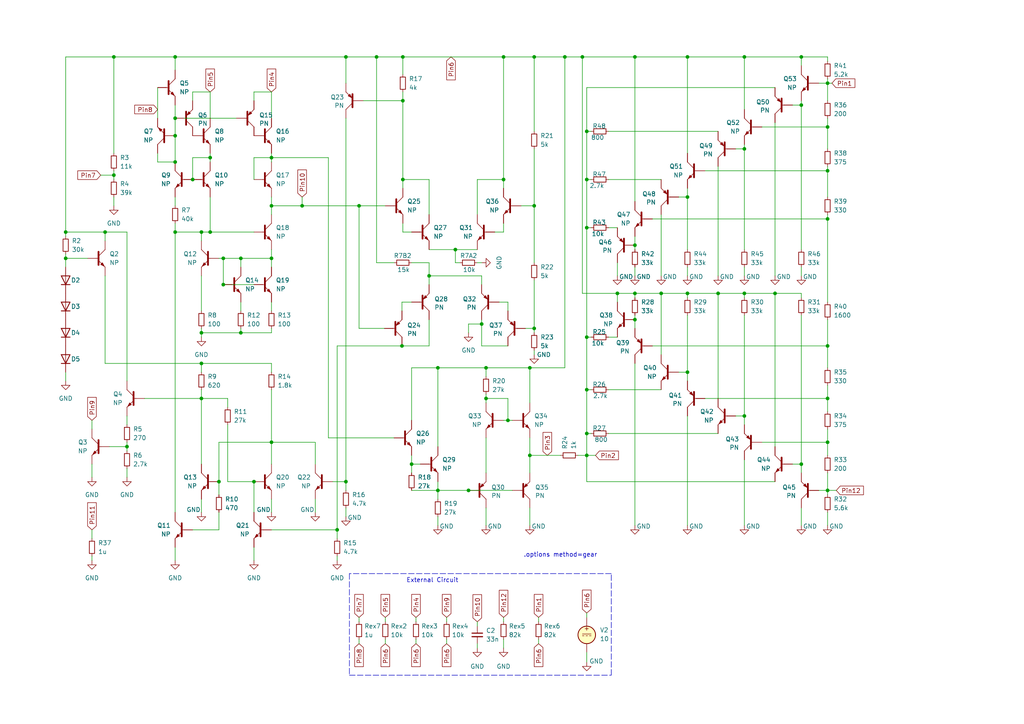
<source format=kicad_sch>
(kicad_sch (version 20231120) (generator "eeschema") (generator_version "8.0")
  (paper "A4")
  (title_block (title "ICL8038 bipolar function generator") (date "2024-02-11") (company "Holger Vogt") (comment 1 "https://www.renesas.com/document/dst/icl8038-datasheet") (comment 2 "http://www.bmo.physik.uni-muenchen.de/~riedle/Elektronik_I/KW102/ICL8038.pdf") (comment 3 "https://www.richis-lab.de/gen02.htm"))
  (junction (at 184.15 85.09))
  (junction (at 132.08 72.39))
  (junction (at 50.8 67.31))
  (junction (at 232.41 30.48))
  (junction (at 116.84 16.51))
  (junction (at 163.83 16.51))
  (junction (at 184.15 92.71))
  (junction (at 78.74 59.69))
  (junction (at 64.77 82.55))
  (junction (at 153.67 132.08))
  (junction (at 78.74 45.72))
  (junction (at 135.89 142.24))
  (junction (at 50.8 39.37))
  (junction (at 63.5 139.7))
  (junction (at 184.15 16.51))
  (junction (at 170.18 113.03))
  (junction (at 199.39 16.51))
  (junction (at 109.22 16.51))
  (junction (at 199.39 57.15))
  (junction (at 240.03 115.57))
  (junction (at 168.91 16.51))
  (junction (at 232.41 134.62))
  (junction (at 215.9 16.51))
  (junction (at 146.05 52.07))
  (junction (at 153.67 106.68))
  (junction (at 36.83 129.54))
  (junction (at 199.39 107.95))
  (junction (at 116.586 100.33))
  (junction (at 73.66 139.7))
  (junction (at 124.46 80.01))
  (junction (at 30.48 67.31))
  (junction (at 55.88 52.07))
  (junction (at 154.94 95.25))
  (junction (at 224.79 85.09))
  (junction (at 58.42 96.52))
  (junction (at 139.7 93.98))
  (junction (at 170.18 125.73))
  (junction (at 116.84 52.07))
  (junction (at 60.96 67.31))
  (junction (at 170.18 97.79))
  (junction (at 33.02 16.51))
  (junction (at 19.05 67.31))
  (junction (at 170.18 38.1))
  (junction (at 69.85 74.93))
  (junction (at 58.42 67.31))
  (junction (at 97.79 153.67))
  (junction (at 240.03 100.33))
  (junction (at 33.02 50.8))
  (junction (at 170.18 52.07))
  (junction (at 240.03 49.53))
  (junction (at 184.15 71.12))
  (junction (at 240.03 128.27))
  (junction (at 215.9 43.18))
  (junction (at 127 106.68))
  (junction (at 146.05 16.51))
  (junction (at 69.85 96.52))
  (junction (at 116.84 29.21))
  (junction (at 50.8 46.99))
  (junction (at 127 142.24))
  (junction (at 191.77 85.09))
  (junction (at 60.96 45.72))
  (junction (at 147.32 121.92))
  (junction (at 232.41 16.51))
  (junction (at 208.28 85.09))
  (junction (at 199.39 85.09))
  (junction (at 215.9 85.09))
  (junction (at 240.03 36.83))
  (junction (at 58.42 115.57))
  (junction (at 50.8 34.29))
  (junction (at 140.97 115.57))
  (junction (at 170.18 66.04))
  (junction (at 140.97 106.68))
  (junction (at 154.94 59.69))
  (junction (at 240.03 63.5))
  (junction (at 50.8 16.51))
  (junction (at 19.05 74.93))
  (junction (at 240.03 24.13))
  (junction (at 154.94 16.51))
  (junction (at 215.9 120.65))
  (junction (at 64.77 74.93))
  (junction (at 170.18 132.08))
  (junction (at 119.38 134.62))
  (junction (at 87.63 59.69))
  (junction (at 78.74 74.93))
  (junction (at 104.14 59.69))
  (junction (at 100.33 16.51))
  (junction (at 78.74 128.27))
  (junction (at 100.33 139.7))
  (junction (at 179.07 85.09))
  (junction (at 240.03 142.24))
  (junction (at 58.42 105.41))
  (wire (pts (xy 153.67 132.08) (xy 153.67 137.16)))
  (wire (pts (xy 58.42 144.78) (xy 58.42 148.59)))
  (wire (pts (xy 170.18 66.04) (xy 171.45 66.04)))
  (wire (pts (xy 237.49 142.24) (xy 240.03 142.24)))
  (wire (pts (xy 116.84 16.51) (xy 116.84 21.59)))
  (wire (pts (xy 220.98 128.27) (xy 240.03 128.27)))
  (wire (pts (xy 240.03 128.27) (xy 240.03 132.08)))
  (wire (pts (xy 91.44 128.27) (xy 91.44 134.62)))
  (wire (pts (xy 91.44 144.78) (xy 91.44 148.59)))
  (wire (pts (xy 73.66 158.75) (xy 73.66 162.56)))
  (wire (pts (xy 129.54 185.42) (xy 129.54 186.69)))
  (wire (pts (xy 100.33 34.29) (xy 100.33 139.7)))
  (wire (pts (xy 208.28 85.09) (xy 215.9 85.09)))
  (wire (pts (xy 109.22 76.2) (xy 114.3 76.2)))
  (wire (pts (xy 179.07 85.09) (xy 184.15 85.09)))
  (wire (pts (xy 124.46 52.07) (xy 124.46 62.23)))
  (wire (pts (xy 63.5 148.59) (xy 63.5 153.67)))
  (wire (pts (xy 138.43 180.34) (xy 138.43 181.61)))
  (wire (pts (xy 138.43 62.23) (xy 138.43 52.07)))
  (wire (pts (xy 189.23 63.5) (xy 240.03 63.5)))
  (wire (pts (xy 170.18 66.04) (xy 170.18 97.79)))
  (wire (pts (xy 73.66 52.07) (xy 73.66 45.72)))
  (wire (pts (xy 26.67 134.62) (xy 26.67 138.43)))
  (wire (pts (xy 124.46 92.71) (xy 124.46 100.33)))
  (wire (pts (xy 215.9 133.35) (xy 215.9 152.4)))
  (wire (pts (xy 97.79 100.33) (xy 116.586 100.33)))
  (wire (pts (xy 215.9 41.91) (xy 215.9 43.18)))
  (wire (pts (xy 224.79 85.09) (xy 224.79 129.54)))
  (wire (pts (xy 36.83 120.65) (xy 36.83 123.19)))
  (wire (pts (xy 120.65 185.42) (xy 120.65 186.69)))
  (wire (pts (xy 170.18 125.73) (xy 171.45 125.73)))
  (polyline (pts (xy 177.292 166.37) (xy 101.346 166.37)) (stroke (width 0) (type dash)))
  (wire (pts (xy 184.15 77.47) (xy 184.15 80.01)))
  (wire (pts (xy 50.8 67.31) (xy 50.8 148.59)))
  (wire (pts (xy 215.9 43.18) (xy 213.36 43.18)))
  (wire (pts (xy 135.89 142.24) (xy 148.59 142.24)))
  (wire (pts (xy 116.586 87.63) (xy 119.38 87.63)))
  (wire (pts (xy 95.25 127) (xy 114.3 127)))
  (wire (pts (xy 127 142.24) (xy 127 144.78)))
  (wire (pts (xy 60.96 45.72) (xy 60.96 46.99)))
  (wire (pts (xy 78.74 44.45) (xy 78.74 45.72)))
  (wire (pts (xy 100.33 147.32) (xy 100.33 149.86)))
  (wire (pts (xy 109.22 16.51) (xy 109.22 76.2)))
  (wire (pts (xy 55.88 29.21) (xy 55.88 26.67)))
  (wire (pts (xy 140.97 147.32) (xy 140.97 152.4)))
  (wire (pts (xy 139.7 93.98) (xy 139.7 100.33)))
  (wire (pts (xy 58.42 115.57) (xy 66.04 115.57)))
  (wire (pts (xy 184.15 71.12) (xy 184.15 72.39)))
  (wire (pts (xy 240.03 24.13) (xy 240.03 29.21)))
  (wire (pts (xy 78.74 26.67) (xy 78.74 34.29)))
  (wire (pts (xy 78.74 153.67) (xy 97.79 153.67)))
  (wire (pts (xy 146.05 64.77) (xy 146.05 67.31)))
  (wire (pts (xy 116.84 16.51) (xy 146.05 16.51)))
  (wire (pts (xy 184.15 85.09) (xy 184.15 86.36)))
  (wire (pts (xy 31.75 129.54) (xy 36.83 129.54)))
  (wire (pts (xy 104.14 59.69) (xy 104.14 95.25)))
  (wire (pts (xy 199.39 57.15) (xy 196.85 57.15)))
  (wire (pts (xy 232.41 85.09) (xy 232.41 86.36)))
  (wire (pts (xy 215.9 85.09) (xy 215.9 86.36)))
  (wire (pts (xy 240.03 148.59) (xy 240.03 152.4)))
  (wire (pts (xy 19.05 74.93) (xy 19.05 77.47)))
  (wire (pts (xy 232.41 29.21) (xy 232.41 30.48)))
  (wire (pts (xy 111.76 185.42) (xy 111.76 186.69)))
  (wire (pts (xy 151.13 59.69) (xy 154.94 59.69)))
  (wire (pts (xy 116.84 67.31) (xy 119.38 67.31)))
  (wire (pts (xy 240.03 137.16) (xy 240.03 142.24)))
  (wire (pts (xy 168.91 85.09) (xy 179.07 85.09)))
  (wire (pts (xy 116.84 64.77) (xy 116.84 67.31)))
  (wire (pts (xy 116.84 52.07) (xy 116.84 54.61)))
  (wire (pts (xy 73.66 26.67) (xy 78.74 26.67)))
  (wire (pts (xy 240.03 48.26) (xy 240.03 49.53)))
  (wire (pts (xy 140.97 115.57) (xy 140.97 116.84)))
  (wire (pts (xy 78.74 87.63) (xy 78.74 90.17)))
  (wire (pts (xy 96.52 139.7) (xy 100.33 139.7)))
  (wire (pts (xy 138.43 52.07) (xy 146.05 52.07)))
  (wire (pts (xy 170.18 38.1) (xy 170.18 52.07)))
  (wire (pts (xy 127 106.68) (xy 140.97 106.68)))
  (wire (pts (xy 120.65 179.07) (xy 120.65 180.34)))
  (wire (pts (xy 29.21 50.8) (xy 33.02 50.8)))
  (wire (pts (xy 170.18 189.23) (xy 170.18 192.024)))
  (wire (pts (xy 116.84 29.21) (xy 105.41 29.21)))
  (wire (pts (xy 73.66 29.21) (xy 73.66 26.67)))
  (wire (pts (xy 63.5 139.7) (xy 63.5 143.51)))
  (wire (pts (xy 199.39 57.15) (xy 199.39 72.39)))
  (wire (pts (xy 78.74 45.72) (xy 78.74 46.99)))
  (wire (pts (xy 215.9 43.18) (xy 215.9 72.39)))
  (wire (pts (xy 119.38 134.62) (xy 119.38 137.16)))
  (wire (pts (xy 146.05 121.92) (xy 147.32 121.92)))
  (wire (pts (xy 19.05 73.66) (xy 19.05 74.93)))
  (wire (pts (xy 78.74 105.41) (xy 78.74 107.95)))
  (wire (pts (xy 116.84 26.67) (xy 116.84 29.21)))
  (wire (pts (xy 73.66 139.7) (xy 73.66 148.59)))
  (wire (pts (xy 58.42 96.52) (xy 58.42 97.79)))
  (wire (pts (xy 50.8 46.99) (xy 45.72 46.99)))
  (wire (pts (xy 60.96 67.31) (xy 73.66 67.31)))
  (wire (pts (xy 69.85 96.52) (xy 78.74 96.52)))
  (wire (pts (xy 208.28 48.26) (xy 208.28 80.01)))
  (wire (pts (xy 199.39 120.65) (xy 199.39 152.4)))
  (wire (pts (xy 191.77 85.09) (xy 191.77 102.87)))
  (wire (pts (xy 140.97 114.3) (xy 140.97 115.57)))
  (wire (pts (xy 30.48 105.41) (xy 58.42 105.41)))
  (wire (pts (xy 215.9 16.51) (xy 232.41 16.51)))
  (wire (pts (xy 232.41 77.47) (xy 232.41 80.01)))
  (wire (pts (xy 240.03 22.86) (xy 240.03 24.13)))
  (wire (pts (xy 58.42 105.41) (xy 78.74 105.41)))
  (wire (pts (xy 127 139.7) (xy 127 142.24)))
  (wire (pts (xy 199.39 91.44) (xy 199.39 107.95)))
  (wire (pts (xy 232.41 134.62) (xy 232.41 137.16)))
  (wire (pts (xy 147.32 87.63) (xy 147.32 90.17)))
  (wire (pts (xy 168.91 16.51) (xy 168.91 85.09)))
  (wire (pts (xy 170.18 97.79) (xy 171.45 97.79)))
  (wire (pts (xy 240.03 34.29) (xy 240.03 36.83)))
  (wire (pts (xy 73.66 45.72) (xy 78.74 45.72)))
  (wire (pts (xy 191.77 85.09) (xy 199.39 85.09)))
  (wire (pts (xy 179.07 76.2) (xy 179.07 80.01)))
  (wire (pts (xy 229.87 134.62) (xy 232.41 134.62)))
  (wire (pts (xy 119.38 106.68) (xy 127 106.68)))
  (wire (pts (xy 100.33 16.51) (xy 109.22 16.51)))
  (wire (pts (xy 199.39 16.51) (xy 215.9 16.51)))
  (wire (pts (xy 78.74 113.03) (xy 78.74 128.27)))
  (wire (pts (xy 66.04 115.57) (xy 66.04 118.11)))
  (wire (pts (xy 163.83 16.51) (xy 168.91 16.51)))
  (wire (pts (xy 199.39 16.51) (xy 199.39 44.45)))
  (wire (pts (xy 58.42 95.25) (xy 58.42 96.52)))
  (wire (pts (xy 116.586 90.17) (xy 116.586 87.63)))
  (wire (pts (xy 146.05 185.42) (xy 146.05 187.96)))
  (wire (pts (xy 184.15 85.09) (xy 191.77 85.09)))
  (wire (pts (xy 109.22 16.51) (xy 116.84 16.51)))
  (wire (pts (xy 154.94 16.51) (xy 154.94 38.1)))
  (wire (pts (xy 204.47 49.53) (xy 240.03 49.53)))
  (wire (pts (xy 232.41 30.48) (xy 229.87 30.48)))
  (wire (pts (xy 232.41 16.51) (xy 232.41 19.05)))
  (wire (pts (xy 176.53 52.07) (xy 191.77 52.07)))
  (wire (pts (xy 19.05 107.95) (xy 19.05 110.49)))
  (wire (pts (xy 140.97 115.57) (xy 147.32 115.57)))
  (wire (pts (xy 176.53 66.04) (xy 179.07 66.04)))
  (wire (pts (xy 60.96 26.67) (xy 60.96 34.29)))
  (wire (pts (xy 139.7 100.33) (xy 147.32 100.33)))
  (wire (pts (xy 215.9 16.51) (xy 215.9 31.75)))
  (wire (pts (xy 104.14 185.42) (xy 104.14 186.69)))
  (wire (pts (xy 116.84 29.21) (xy 116.84 52.07)))
  (wire (pts (xy 30.48 67.31) (xy 30.48 69.85)))
  (wire (pts (xy 153.67 132.08) (xy 162.56 132.08)))
  (polyline (pts (xy 177.292 195.834) (xy 177.292 166.37)) (stroke (width 0) (type dash)))
  (wire (pts (xy 170.18 97.79) (xy 170.18 113.03)))
  (wire (pts (xy 50.8 16.51) (xy 100.33 16.51)))
  (wire (pts (xy 19.05 16.51) (xy 19.05 67.31)))
  (wire (pts (xy 119.38 132.08) (xy 119.38 134.62)))
  (wire (pts (xy 60.96 44.45) (xy 60.96 45.72)))
  (wire (pts (xy 204.47 115.57) (xy 240.03 115.57)))
  (wire (pts (xy 170.18 132.08) (xy 172.72 132.08)))
  (wire (pts (xy 119.38 121.92) (xy 119.38 106.68)))
  (wire (pts (xy 242.57 142.24) (xy 240.03 142.24)))
  (wire (pts (xy 127 106.68) (xy 127 129.54)))
  (wire (pts (xy 58.42 113.03) (xy 58.42 115.57)))
  (wire (pts (xy 50.8 34.29) (xy 68.58 34.29)))
  (wire (pts (xy 215.9 91.44) (xy 215.9 120.65)))
  (wire (pts (xy 139.7 82.55) (xy 139.7 80.01)))
  (wire (pts (xy 127 142.24) (xy 135.89 142.24)))
  (wire (pts (xy 124.46 80.01) (xy 124.46 82.55)))
  (wire (pts (xy 199.39 54.61) (xy 199.39 57.15)))
  (wire (pts (xy 147.32 115.57) (xy 147.32 121.92)))
  (wire (pts (xy 146.05 16.51) (xy 146.05 52.07)))
  (wire (pts (xy 146.05 16.51) (xy 154.94 16.51)))
  (wire (pts (xy 69.85 95.25) (xy 69.85 96.52)))
  (wire (pts (xy 240.03 36.83) (xy 240.03 43.18)))
  (wire (pts (xy 215.9 120.65) (xy 215.9 123.19)))
  (wire (pts (xy 33.02 44.45) (xy 33.02 16.51)))
  (wire (pts (xy 19.05 67.31) (xy 19.05 68.58)))
  (wire (pts (xy 163.83 106.68) (xy 153.67 106.68)))
  (wire (pts (xy 50.8 67.31) (xy 58.42 67.31)))
  (wire (pts (xy 69.85 87.63) (xy 69.85 90.17)))
  (wire (pts (xy 153.67 106.68) (xy 153.67 116.84)))
  (wire (pts (xy 55.88 45.72) (xy 60.96 45.72)))
  (wire (pts (xy 184.15 105.41) (xy 184.15 152.4)))
  (wire (pts (xy 154.94 59.69) (xy 154.94 76.2)))
  (wire (pts (xy 140.97 106.68) (xy 153.67 106.68)))
  (wire (pts (xy 138.43 76.2) (xy 139.7 76.2)))
  (wire (pts (xy 215.9 85.09) (xy 224.79 85.09)))
  (wire (pts (xy 170.18 113.03) (xy 171.45 113.03)))
  (wire (pts (xy 170.18 25.4) (xy 170.18 38.1)))
  (wire (pts (xy 36.83 128.27) (xy 36.83 129.54)))
  (wire (pts (xy 232.41 16.51) (xy 240.03 16.51)))
  (wire (pts (xy 26.67 153.67) (xy 26.67 156.21)))
  (wire (pts (xy 132.08 76.2) (xy 133.35 76.2)))
  (wire (pts (xy 240.03 63.5) (xy 240.03 87.63)))
  (wire (pts (xy 63.5 139.7) (xy 63.5 128.27)))
  (wire (pts (xy 124.46 72.39) (xy 132.08 72.39)))
  (wire (pts (xy 167.64 132.08) (xy 170.18 132.08)))
  (wire (pts (xy 63.5 128.27) (xy 78.74 128.27)))
  (wire (pts (xy 179.07 85.09) (xy 179.07 87.63)))
  (wire (pts (xy 104.14 59.69) (xy 111.76 59.69)))
  (wire (pts (xy 215.9 77.47) (xy 215.9 80.01)))
  (wire (pts (xy 45.72 44.45) (xy 45.72 46.99)))
  (wire (pts (xy 176.53 97.79) (xy 179.07 97.79)))
  (wire (pts (xy 154.94 101.6) (xy 154.94 102.87)))
  (wire (pts (xy 184.15 92.71) (xy 184.15 95.25)))
  (wire (pts (xy 240.03 119.38) (xy 240.03 115.57)))
  (wire (pts (xy 191.77 62.23) (xy 191.77 80.01)))
  (wire (pts (xy 240.03 16.51) (xy 240.03 17.78)))
  (wire (pts (xy 78.74 59.69) (xy 78.74 62.23)))
  (wire (pts (xy 87.63 57.15) (xy 87.63 59.69)))
  (wire (pts (xy 58.42 115.57) (xy 58.42 134.62)))
  (wire (pts (xy 78.74 59.69) (xy 87.63 59.69)))
  (wire (pts (xy 50.8 57.15) (xy 50.8 59.69)))
  (wire (pts (xy 184.15 91.44) (xy 184.15 92.71)))
  (wire (pts (xy 64.77 82.55) (xy 73.66 82.55)))
  (wire (pts (xy 132.08 72.39) (xy 132.08 76.2)))
  (wire (pts (xy 26.67 161.29) (xy 26.67 162.56)))
  (wire (pts (xy 146.05 67.31) (xy 143.51 67.31)))
  (wire (pts (xy 50.8 39.37) (xy 50.8 46.99)))
  (wire (pts (xy 64.77 74.93) (xy 69.85 74.93)))
  (wire (pts (xy 36.83 67.31) (xy 36.83 110.49)))
  (wire (pts (xy 78.74 72.39) (xy 78.74 74.93)))
  (wire (pts (xy 119.38 134.62) (xy 121.92 134.62)))
  (wire (pts (xy 154.94 16.51) (xy 163.83 16.51)))
  (wire (pts (xy 170.18 52.07) (xy 170.18 66.04)))
  (wire (pts (xy 41.91 115.57) (xy 58.42 115.57)))
  (wire (pts (xy 66.04 123.19) (xy 66.04 139.7)))
  (wire (pts (xy 111.76 179.07) (xy 111.76 180.34)))
  (wire (pts (xy 199.39 85.09) (xy 199.39 86.36)))
  (wire (pts (xy 50.8 30.48) (xy 50.8 34.29)))
  (wire (pts (xy 97.79 161.29) (xy 97.79 162.56)))
  (wire (pts (xy 60.96 57.15) (xy 60.96 67.31)))
  (wire (pts (xy 224.79 85.09) (xy 232.41 85.09)))
  (wire (pts (xy 153.67 127) (xy 153.67 132.08)))
  (wire (pts (xy 220.98 36.83) (xy 240.03 36.83)))
  (wire (pts (xy 232.41 30.48) (xy 232.41 72.39)))
  (wire (pts (xy 63.5 74.93) (xy 64.77 74.93)))
  (wire (pts (xy 232.41 147.32) (xy 232.41 152.4)))
  (wire (pts (xy 33.02 57.15) (xy 33.02 59.69)))
  (wire (pts (xy 213.36 120.65) (xy 215.9 120.65)))
  (wire (pts (xy 232.41 91.44) (xy 232.41 134.62)))
  (wire (pts (xy 224.79 35.56) (xy 224.79 80.01)))
  (wire (pts (xy 26.67 121.92) (xy 26.67 124.46)))
  (wire (pts (xy 184.15 16.51) (xy 199.39 16.51)))
  (wire (pts (xy 30.48 67.31) (xy 36.83 67.31)))
  (wire (pts (xy 140.97 106.68) (xy 140.97 109.22)))
  (wire (pts (xy 69.85 74.93) (xy 69.85 77.47)))
  (wire (pts (xy 208.28 85.09) (xy 208.28 115.57)))
  (wire (pts (xy 170.18 52.07) (xy 171.45 52.07)))
  (wire (pts (xy 170.18 132.08) (xy 170.18 139.7)))
  (wire (pts (xy 170.18 25.4) (xy 224.79 25.4)))
  (wire (pts (xy 95.25 45.72) (xy 95.25 127)))
  (wire (pts (xy 199.39 85.09) (xy 208.28 85.09)))
  (wire (pts (xy 147.32 121.92) (xy 148.59 121.92)))
  (wire (pts (xy 19.05 74.93) (xy 25.4 74.93)))
  (wire (pts (xy 240.03 49.53) (xy 240.03 57.15)))
  (wire (pts (xy 45.72 25.4) (xy 45.72 34.29)))
  (wire (pts (xy 127 149.86) (xy 127 152.4)))
  (wire (pts (xy 240.03 62.23) (xy 240.03 63.5)))
  (wire (pts (xy 104.14 179.07) (xy 104.14 180.34)))
  (polyline (pts (xy 101.346 166.37) (xy 101.346 195.834)) (stroke (width 0) (type dash)))
  (wire (pts (xy 97.79 153.67) (xy 97.79 156.21)))
  (wire (pts (xy 154.94 81.28) (xy 154.94 95.25)))
  (wire (pts (xy 199.39 77.47) (xy 199.39 80.01)))
  (wire (pts (xy 78.74 74.93) (xy 78.74 77.47)))
  (wire (pts (xy 146.05 179.07) (xy 146.05 180.34)))
  (wire (pts (xy 237.49 24.13) (xy 240.03 24.13)))
  (wire (pts (xy 170.18 125.73) (xy 170.18 132.08)))
  (wire (pts (xy 78.74 128.27) (xy 78.74 134.62)))
  (wire (pts (xy 152.4 95.25) (xy 154.94 95.25)))
  (wire (pts (xy 240.03 111.76) (xy 240.03 115.57)))
  (wire (pts (xy 184.15 16.51) (xy 184.15 58.42)))
  (wire (pts (xy 100.33 139.7) (xy 100.33 142.24)))
  (wire (pts (xy 78.74 128.27) (xy 91.44 128.27)))
  (wire (pts (xy 55.88 26.67) (xy 60.96 26.67)))
  (wire (pts (xy 135.89 96.52) (xy 135.89 93.98)))
  (wire (pts (xy 138.43 186.69) (xy 138.43 187.96)))
  (wire (pts (xy 104.14 95.25) (xy 111.506 95.25)))
  (wire (pts (xy 58.42 67.31) (xy 58.42 69.85)))
  (wire (pts (xy 196.85 107.95) (xy 199.39 107.95)))
  (wire (pts (xy 36.83 129.54) (xy 36.83 130.81)))
  (wire (pts (xy 55.88 153.67) (xy 63.5 153.67)))
  (wire (pts (xy 135.89 93.98) (xy 139.7 93.98)))
  (wire (pts (xy 97.79 100.33) (xy 97.79 153.67)))
  (wire (pts (xy 139.7 80.01) (xy 124.46 80.01)))
  (wire (pts (xy 33.02 16.51) (xy 50.8 16.51)))
  (wire (pts (xy 50.8 64.77) (xy 50.8 67.31)))
  (wire (pts (xy 78.74 95.25) (xy 78.74 96.52)))
  (wire (pts (xy 78.74 45.72) (xy 95.25 45.72)))
  (wire (pts (xy 154.94 96.52) (xy 154.94 95.25)))
  (wire (pts (xy 119.38 142.24) (xy 127 142.24)))
  (wire (pts (xy 58.42 67.31) (xy 60.96 67.31)))
  (wire (pts (xy 176.53 125.73) (xy 208.28 125.73)))
  (wire (pts (xy 132.08 72.39) (xy 138.43 72.39)))
  (wire (pts (xy 240.03 142.24) (xy 240.03 143.51)))
  (wire (pts (xy 116.586 100.33) (xy 124.46 100.33)))
  (wire (pts (xy 58.42 96.52) (xy 69.85 96.52)))
  (wire (pts (xy 240.03 128.27) (xy 240.03 124.46)))
  (wire (pts (xy 19.05 67.31) (xy 30.48 67.31)))
  (wire (pts (xy 78.74 57.15) (xy 78.74 59.69)))
  (wire (pts (xy 170.18 38.1) (xy 171.45 38.1)))
  (wire (pts (xy 129.54 179.07) (xy 129.54 180.34)))
  (wire (pts (xy 154.94 43.18) (xy 154.94 59.69)))
  (wire (pts (xy 30.48 80.01) (xy 30.48 105.41)))
  (wire (pts (xy 199.39 107.95) (xy 199.39 110.49)))
  (wire (pts (xy 163.83 16.51) (xy 163.83 106.68)))
  (wire (pts (xy 139.7 92.71) (xy 139.7 93.98)))
  (wire (pts (xy 50.8 34.29) (xy 50.8 39.37)))
  (wire (pts (xy 58.42 80.01) (xy 58.42 90.17)))
  (wire (pts (xy 168.91 16.51) (xy 184.15 16.51)))
  (wire (pts (xy 55.88 52.07) (xy 55.88 45.72)))
  (wire (pts (xy 69.85 74.93) (xy 78.74 74.93)))
  (wire (pts (xy 66.04 139.7) (xy 73.66 139.7)))
  (wire (pts (xy 124.46 76.2) (xy 124.46 80.01)))
  (wire (pts (xy 189.23 100.33) (xy 240.03 100.33)))
  (wire (pts (xy 156.21 179.07) (xy 156.21 180.34)))
  (wire (pts (xy 58.42 105.41) (xy 58.42 107.95)))
  (wire (pts (xy 184.15 68.58) (xy 184.15 71.12)))
  (wire (pts (xy 87.63 59.69) (xy 104.14 59.69)))
  (wire (pts (xy 100.33 24.13) (xy 100.33 16.51)))
  (wire (pts (xy 140.97 127) (xy 140.97 137.16)))
  (wire (pts (xy 116.84 52.07) (xy 124.46 52.07)))
  (wire (pts (xy 176.53 38.1) (xy 208.28 38.1)))
  (polyline (pts (xy 101.346 195.834) (xy 177.292 195.834)) (stroke (width 0) (type dash)))
  (wire (pts (xy 176.53 113.03) (xy 191.77 113.03)))
  (wire (pts (xy 240.03 24.13) (xy 241.3 24.13)))
  (wire (pts (xy 50.8 16.51) (xy 50.8 20.32)))
  (wire (pts (xy 156.21 185.42) (xy 156.21 186.69)))
  (wire (pts (xy 64.77 74.93) (xy 64.77 82.55)))
  (wire (pts (xy 33.02 49.53) (xy 33.02 50.8)))
  (wire (pts (xy 170.18 113.03) (xy 170.18 125.73)))
  (wire (pts (xy 33.02 16.51) (xy 19.05 16.51)))
  (wire (pts (xy 144.78 87.63) (xy 147.32 87.63)))
  (wire (pts (xy 50.8 158.75) (xy 50.8 162.56)))
  (wire (pts (xy 170.18 177.8) (xy 170.18 179.07)))
  (wire (pts (xy 36.83 135.89) (xy 36.83 138.43)))
  (wire (pts (xy 240.03 100.33) (xy 240.03 106.68)))
  (wire (pts (xy 78.74 144.78) (xy 78.74 148.59)))
  (wire (pts (xy 240.03 92.71) (xy 240.03 100.33)))
  (wire (pts (xy 153.67 147.32) (xy 153.67 152.4)))
  (wire (pts (xy 146.05 52.07) (xy 146.05 54.61)))
  (wire (pts (xy 224.79 139.7) (xy 170.18 139.7)))
  (wire (pts (xy 33.02 50.8) (xy 33.02 52.07)))
  (wire (pts (xy 119.38 76.2) (xy 124.46 76.2)))
  (text ".options method=gear" (at 162.56 161.036 0) (effects (font (size 1.27 1.27))))
  (text "External Circuit" (at 117.856 169.164 0) (effects (font (size 1.27 1.27)) (justify left bottom)))
  (global_label "Pin7" (shape input) (at 29.21 50.8 180) (property "Intersheetrefs" "${INTERSHEET_REFS}" (effects (hide yes))))
  (global_label "Pin4" (shape input) (at 78.74 26.67 90) (property "Intersheetrefs" "${INTERSHEET_REFS}" (effects (hide yes))))
  (global_label "Pin6" (shape input) (at 170.18 177.8 90) (property "Intersheetrefs" "${INTERSHEET_REFS}" (effects (hide yes))))
  (global_label "Pin6" (shape input) (at 129.54 186.69 270) (property "Intersheetrefs" "${INTERSHEET_REFS}" (effects (hide yes))))
  (global_label "Pin12" (shape input) (at 146.05 179.07 90) (property "Intersheetrefs" "${INTERSHEET_REFS}" (effects (hide yes))))
  (global_label "Pin1" (shape input) (at 156.21 179.07 90) (property "Intersheetrefs" "${INTERSHEET_REFS}" (effects (hide yes))))
  (global_label "Pin8" (shape input) (at 45.72 31.75 180) (property "Intersheetrefs" "${INTERSHEET_REFS}" (effects (hide yes))))
  (global_label "Pin9" (shape input) (at 129.54 179.07 90) (property "Intersheetrefs" "${INTERSHEET_REFS}" (effects (hide yes))))
  (global_label "Pin5" (shape input) (at 60.96 26.67 90) (property "Intersheetrefs" "${INTERSHEET_REFS}" (effects (hide yes))))
  (global_label "Pin6" (shape input) (at 130.81 16.51 270) (property "Intersheetrefs" "${INTERSHEET_REFS}" (effects (hide yes))))
  (global_label "Pin6" (shape input) (at 111.76 186.69 270) (property "Intersheetrefs" "${INTERSHEET_REFS}" (effects (hide yes))))
  (global_label "Pin10" (shape input) (at 87.63 57.15 90) (property "Intersheetrefs" "${INTERSHEET_REFS}" (effects (hide yes))))
  (global_label "Pin10" (shape input) (at 138.43 180.34 90) (property "Intersheetrefs" "${INTERSHEET_REFS}" (effects (hide yes))))
  (global_label "Pin6" (shape input) (at 156.21 186.69 270) (property "Intersheetrefs" "${INTERSHEET_REFS}" (effects (hide yes))))
  (global_label "Pin2" (shape input) (at 172.72 132.08 0) (property "Intersheetrefs" "${INTERSHEET_REFS}" (effects (hide yes))))
  (global_label "Pin3" (shape input) (at 158.75 132.08 90) (property "Intersheetrefs" "${INTERSHEET_REFS}" (effects (hide yes))))
  (global_label "Pin12" (shape input) (at 242.57 142.24 0) (property "Intersheetrefs" "${INTERSHEET_REFS}" (effects (hide yes))))
  (global_label "Pin9" (shape input) (at 26.67 121.92 90) (property "Intersheetrefs" "${INTERSHEET_REFS}" (effects (hide yes))))
  (global_label "Pin7" (shape input) (at 104.14 179.07 90) (property "Intersheetrefs" "${INTERSHEET_REFS}" (effects (hide yes))))
  (global_label "Pin1" (shape input) (at 241.3 24.13 0) (property "Intersheetrefs" "${INTERSHEET_REFS}" (effects (hide yes))))
  (global_label "Pin11" (shape input) (at 26.67 153.67 90) (property "Intersheetrefs" "${INTERSHEET_REFS}" (effects (hide yes))))
  (global_label "Pin5" (shape input) (at 111.76 179.07 90) (property "Intersheetrefs" "${INTERSHEET_REFS}" (effects (hide yes))))
  (global_label "Pin4" (shape input) (at 120.65 179.07 90) (property "Intersheetrefs" "${INTERSHEET_REFS}" (effects (hide yes))))
  (global_label "Pin8" (shape input) (at 104.14 186.69 270) (property "Intersheetrefs" "${INTERSHEET_REFS}" (effects (hide yes))))
  (global_label "Pin6" (shape input) (at 120.65 186.69 270) (property "Intersheetrefs" "${INTERSHEET_REFS}" (effects (hide yes))))
  (symbol (lib_id "power:GND") (at 138.43 187.96 0) (unit 1)
    (property "Reference" "#PWR019" (effects (hide yes)))
    (property "Value" "GND" (at 138.43 193.294 0))
  )
  (symbol (lib_id "Device:R_Small") (at 173.99 125.73 90) (unit 1)
    (property "Reference" "R27" (at 175.768 124.206 90) (effects (justify left)))
    (property "Value" "800" (at 176.276 127.508 90) (effects (justify left)))
  )
  (symbol (lib_id "Transistor_BJT:BCV61") (at 96.52 139.7 0) (mirror y) (unit 1)
    (property "Reference" "Q22" (at 90.17 138.4299 0) (effects (justify left)))
    (property "Value" "NP" (at 90.17 140.9699 0) (effects (justify left)))
    (property "Sim.Library" "bipmod.lib" (effects (hide yes)))
    (property "Sim.Name" "NP" (effects (hide yes)))
    (property "Sim.Pins" "1=C 2=B 3=E" (effects (hide yes)))
  )
  (symbol (lib_id "Device:R_Small") (at 240.03 45.72 0) (unit 1)
    (property "Reference" "R38" (at 241.808 44.45 0) (effects (justify left)))
    (property "Value" "375" (at 241.808 46.99 0) (effects (justify left)))
  )
  (symbol (lib_id "power:GND") (at 154.94 102.87 0) (unit 1)
    (property "Reference" "#PWR021" (effects (hide yes)))
    (property "Value" "GND" (at 157.734 102.87 0))
    (property "Description" "Power symbol creates a global label with name \"GND\" , ground" (effects (hide yes)))
  )
  (symbol (lib_id "power:GND") (at 36.83 138.43 0) (unit 1)
    (property "Reference" "#PWR06" (effects (hide yes)))
    (property "Value" "GND" (at 36.83 143.51 0))
    (property "Description" "Power symbol creates a global label with name \"GND\" , ground" (effects (hide yes)))
  )
  (symbol (lib_id "Transistor_BJT:BCV61") (at 73.66 139.7 0) (unit 1)
    (property "Reference" "Q20" (at 80.01 138.4299 0) (effects (justify left)))
    (property "Value" "NP" (at 80.01 140.9699 0) (effects (justify left)))
    (property "Sim.Library" "bipmod.lib" (effects (hide yes)))
    (property "Sim.Name" "NP" (effects (hide yes)))
    (property "Sim.Pins" "1=C 2=B 3=E" (effects (hide yes)))
  )
  (symbol (lib_id "Device:R_Small") (at 154.94 99.06 0) (unit 1)
    (property "Reference" "R23" (at 156.718 97.79 0) (effects (justify left)))
    (property "Value" "5k" (at 156.718 100.33 0) (effects (justify left)))
  )
  (symbol (lib_id "Transistor_BJT:BCV61") (at 114.3 127 0) (unit 1)
    (property "Reference" "Q26" (at 120.65 125.7299 0) (effects (justify left)))
    (property "Value" "NP" (at 120.65 128.2699 0) (effects (justify left)))
    (property "Sim.Library" "bipmod.lib" (effects (hide yes)))
    (property "Sim.Name" "NP" (effects (hide yes)))
    (property "Sim.Pins" "1=C 2=B 3=E" (effects (hide yes)))
  )
  (symbol (lib_id "Device:R_Small") (at 165.1 132.08 90) (unit 1)
    (property "Reference" "R24" (at 163.83 130.302 0) (effects (justify left)))
    (property "Value" "1k" (at 166.37 130.302 0) (effects (justify left)))
  )
  (symbol (lib_id "power:GND") (at 184.15 152.4 0) (unit 1)
    (property "Reference" "#PWR023" (effects (hide yes)))
    (property "Value" "GND" (at 186.69 152.654 0))
    (property "Description" "Power symbol creates a global label with name \"GND\" , ground" (effects (hide yes)))
  )
  (symbol (lib_id "Device:R_Small") (at 156.21 182.88 0) (unit 1)
    (property "Reference" "Rex6" (at 157.734 181.61 0) (effects (justify left)))
    (property "Value" "82k" (at 157.734 184.15 0) (effects (justify left)))
  )
  (symbol (lib_id "power:GND") (at 240.03 152.4 0) (unit 1)
    (property "Reference" "#PWR027" (effects (hide yes)))
    (property "Value" "GND" (at 242.57 152.654 0))
    (property "Description" "Power symbol creates a global label with name \"GND\" , ground" (effects (hide yes)))
  )
  (symbol (lib_id "Transistor_BJT:BCV62") (at 135.89 142.24 0) (unit 1)
    (property "Reference" "Q30" (at 142.494 141.3509 0) (effects (justify left)))
    (property "Value" "PN" (at 142.494 143.764 0) (effects (justify left)))
    (property "Sim.Library" "bipmod.lib" (effects (hide yes)))
    (property "Sim.Name" "PN" (effects (hide yes)))
    (property "Sim.Pins" "1=1 2=2 3=3" (effects (hide yes)))
  )
  (symbol (lib_id "power:GND") (at 232.41 152.4 0) (unit 1)
    (property "Reference" "#PWR026" (effects (hide yes)))
    (property "Value" "GND" (at 234.95 152.654 0))
    (property "Description" "Power symbol creates a global label with name \"GND\" , ground" (effects (hide yes)))
  )
  (symbol (lib_id "Transistor_BJT:BCV61") (at 237.49 24.13 0) (mirror y) (unit 1)
    (property "Reference" "Q53" (at 231.14 22.8599 0) (effects (justify left)))
    (property "Value" "NP" (at 231.14 25.3999 0) (effects (justify left)))
    (property "Sim.Library" "bipmod.lib" (effects (hide yes)))
    (property "Sim.Name" "NP" (effects (hide yes)))
    (property "Sim.Pins" "1=C 2=B 3=E" (effects (hide yes)))
  )
  (symbol (lib_id "Transistor_BJT:BCV61") (at 78.74 153.67 0) (mirror y) (unit 1)
    (property "Reference" "Q21" (at 72.39 152.3999 0) (effects (justify left)))
    (property "Value" "NP" (at 72.39 154.9399 0) (effects (justify left)))
    (property "Sim.Library" "bipmod.lib" (effects (hide yes)))
    (property "Sim.Name" "NP" (effects (hide yes)))
    (property "Sim.Pins" "1=C 2=B 3=E" (effects (hide yes)))
  )
  (symbol (lib_id "Device:R_Small") (at 240.03 59.69 0) (unit 1)
    (property "Reference" "R39" (at 241.808 58.42 0) (effects (justify left)))
    (property "Value" "330" (at 241.808 60.96 0) (effects (justify left)))
  )
  (symbol (lib_id "Transistor_BJT:BCV61") (at 189.23 63.5 0) (mirror y) (unit 1)
    (property "Reference" "Q47" (at 182.88 62.2299 0) (effects (justify left)))
    (property "Value" "NP" (at 182.88 64.7699 0) (effects (justify left)))
    (property "Sim.Library" "bipmod.lib" (effects (hide yes)))
    (property "Sim.Name" "NP" (effects (hide yes)))
    (property "Sim.Pins" "1=C 2=B 3=E" (effects (hide yes)))
  )
  (symbol (lib_id "Device:R_Small") (at 173.99 38.1 90) (unit 1)
    (property "Reference" "R48" (at 175.768 36.576 90) (effects (justify left)))
    (property "Value" "800" (at 175.26 39.878 90) (effects (justify left)))
  )
  (symbol (lib_id "Device:R_Small") (at 154.94 40.64 0) (unit 1)
    (property "Reference" "R21" (at 156.718 39.37 0) (effects (justify left)))
    (property "Value" "5k" (at 156.718 41.91 0) (effects (justify left)))
  )
  (symbol (lib_id "Device:R_Small") (at 154.94 78.74 0) (unit 1)
    (property "Reference" "R22" (at 156.718 77.47 0) (effects (justify left)))
    (property "Value" "5k" (at 156.718 80.01 0) (effects (justify left)))
  )
  (symbol (lib_id "power:GND") (at 191.77 80.01 0) (unit 1)
    (property "Reference" "#PWR030" (effects (hide yes)))
    (property "Value" "GND" (at 194.31 80.264 0))
    (property "Description" "Power symbol creates a global label with name \"GND\" , ground" (effects (hide yes)))
  )
  (symbol (lib_id "power:GND") (at 78.74 148.59 0) (unit 1)
    (property "Reference" "#PWR011" (effects (hide yes)))
    (property "Value" "GND" (at 76.454 147.828 0))
    (property "Description" "Power symbol creates a global label with name \"GND\" , ground" (effects (hide yes)))
  )
  (symbol (lib_id "Transistor_BJT:BCV62") (at 68.58 34.29 0) (unit 1)
    (property "Reference" "Q15" (at 75.184 33.4009 0) (effects (justify left)))
    (property "Value" "PN" (at 75.184 35.814 0) (effects (justify left)))
    (property "Sim.Library" "bipmod.lib" (effects (hide yes)))
    (property "Sim.Name" "PN" (effects (hide yes)))
    (property "Sim.Pins" "1=1 2=2 3=3" (effects (hide yes)))
  )
  (symbol (lib_id "Device:R_Small") (at 116.84 24.13 0) (unit 1)
    (property "Reference" "R17" (at 118.618 22.86 0) (effects (justify left)))
    (property "Value" "4k" (at 118.618 25.4 0) (effects (justify left)))
  )
  (symbol (lib_id "Device:R_Small") (at 78.74 92.71 0) (unit 1)
    (property "Reference" "R13" (at 80.518 91.44 0) (effects (justify left)))
    (property "Value" "100" (at 80.518 93.98 0) (effects (justify left)))
  )
  (symbol (lib_id "power:GND") (at 135.89 96.52 0) (unit 1)
    (property "Reference" "#PWR016" (effects (hide yes)))
    (property "Value" "GND" (at 135.89 101.6 0))
    (property "Description" "Power symbol creates a global label with name \"GND\" , ground" (effects (hide yes)))
  )
  (symbol (lib_id "power:GND") (at 91.44 148.59 0) (unit 1)
    (property "Reference" "#PWR012" (effects (hide yes)))
    (property "Value" "GND" (at 89.154 147.828 0))
    (property "Description" "Power symbol creates a global label with name \"GND\" , ground" (effects (hide yes)))
  )
  (symbol (lib_id "Transistor_BJT:BCV62") (at 184.15 71.12 0) (mirror y) (unit 1)
    (property "Reference" "Q46" (at 177.546 70.2309 0) (effects (justify left)))
    (property "Value" "PN" (at 177.546 72.644 0) (effects (justify left)))
    (property "Sim.Library" "bipmod.lib" (effects (hide yes)))
    (property "Sim.Name" "PN" (effects (hide yes)))
    (property "Sim.Pins" "1=1 2=2 3=3" (effects (hide yes)))
  )
  (symbol (lib_id "Device:R_Small") (at 215.9 74.93 0) (unit 1)
    (property "Reference" "R45" (at 217.678 73.66 0) (effects (justify left)))
    (property "Value" "33k" (at 217.678 76.2 0) (effects (justify left)))
  )
  (symbol (lib_id "Device:R_Small") (at 173.99 113.03 90) (unit 1)
    (property "Reference" "R26" (at 175.768 111.506 90) (effects (justify left)))
    (property "Value" "2.7k" (at 176.276 114.808 90) (effects (justify left)))
  )
  (symbol (lib_id "power:GND") (at 232.41 80.01 0) (unit 1)
    (property "Reference" "#PWR035" (effects (hide yes)))
    (property "Value" "GND" (at 234.95 80.264 0))
    (property "Description" "Power symbol creates a global label with name \"GND\" , ground" (effects (hide yes)))
  )
  (symbol (lib_id "Transistor_BJT:BCV61") (at 41.91 115.57 0) (mirror y) (unit 1)
    (property "Reference" "Q4" (at 35.56 114.2999 0) (effects (justify left)))
    (property "Value" "NP" (at 35.56 116.8399 0) (effects (justify left)))
    (property "Sim.Library" "bipmod.lib" (effects (hide yes)))
    (property "Sim.Name" "NP" (effects (hide yes)))
    (property "Sim.Pins" "1=C 2=B 3=E" (effects (hide yes)))
  )
  (symbol (lib_id "Device:R_Small") (at 120.65 182.88 0) (unit 1)
    (property "Reference" "Rex3" (at 122.174 181.61 0) (effects (justify left)))
    (property "Value" "10k" (at 122.174 184.15 0) (effects (justify left)))
  )
  (symbol (lib_id "power:GND") (at 33.02 59.69 0) (unit 1)
    (property "Reference" "#PWR05" (effects (hide yes)))
    (property "Value" "GND" (at 33.02 64.77 0))
    (property "Description" "Power symbol creates a global label with name \"GND\" , ground" (effects (hide yes)))
  )
  (symbol (lib_id "power:GND") (at 224.79 80.01 0) (unit 1)
    (property "Reference" "#PWR034" (effects (hide yes)))
    (property "Value" "GND" (at 227.33 80.264 0))
    (property "Description" "Power symbol creates a global label with name \"GND\" , ground" (effects (hide yes)))
  )
  (symbol (lib_id "Device:R_Small") (at 78.74 110.49 0) (unit 1)
    (property "Reference" "R14" (at 80.518 109.22 0) (effects (justify left)))
    (property "Value" "1.8k" (at 80.518 111.76 0) (effects (justify left)))
  )
  (symbol (lib_id "Transistor_BJT:BCV61") (at 196.85 107.95 0) (mirror y) (unit 1)
    (property "Reference" "Q40" (at 190.5 106.6799 0) (effects (justify left)))
    (property "Value" "NP" (at 190.5 109.2199 0) (effects (justify left)))
    (property "Sim.Library" "bipmod.lib" (effects (hide yes)))
    (property "Sim.Name" "NP" (effects (hide yes)))
    (property "Sim.Pins" "1=C 2=B 3=E" (effects (hide yes)))
  )
  (symbol (lib_id "Device:R_Small") (at 240.03 31.75 0) (unit 1)
    (property "Reference" "R36" (at 241.808 30.48 0) (effects (justify left)))
    (property "Value" "200" (at 241.808 33.02 0) (effects (justify left)))
  )
  (symbol (lib_id "power:GND") (at 184.15 80.01 0) (unit 1)
    (property "Reference" "#PWR028" (effects (hide yes)))
    (property "Value" "GND" (at 186.69 80.264 0))
    (property "Description" "Power symbol creates a global label with name \"GND\" , ground" (effects (hide yes)))
  )
  (symbol (lib_id "Transistor_BJT:BCV61") (at 73.66 82.55 0) (unit 1)
    (property "Reference" "Q19" (at 80.01 81.2799 0) (effects (justify left)))
    (property "Value" "NP" (at 80.01 83.8199 0) (effects (justify left)))
    (property "Sim.Library" "bipmod.lib" (effects (hide yes)))
    (property "Sim.Name" "NP" (effects (hide yes)))
    (property "Sim.Pins" "1=C 2=B 3=E" (effects (hide yes)))
  )
  (symbol (lib_id "Device:R_Small") (at 184.15 88.9 0) (unit 1)
    (property "Reference" "R28" (at 185.928 87.63 0) (effects (justify left)))
    (property "Value" "33k" (at 185.928 90.17 0) (effects (justify left)))
  )
  (symbol (lib_id "power:GND") (at 140.97 152.4 0) (unit 1)
    (property "Reference" "#PWR018" (effects (hide yes)))
    (property "Value" "GND" (at 143.51 152.654 0))
    (property "Description" "Power symbol creates a global label with name \"GND\" , ground" (effects (hide yes)))
  )
  (symbol (lib_id "Device:R_Small") (at 240.03 90.17 0) (unit 1)
    (property "Reference" "R40" (at 241.808 88.9 0) (effects (justify left)))
    (property "Value" "1600" (at 241.808 91.44 0) (effects (justify left)))
  )
  (symbol (lib_id "Device:R_Small") (at 33.02 46.99 0) (unit 1)
    (property "Reference" "R3" (at 34.798 45.72 0) (effects (justify left)))
    (property "Value" "11k" (at 34.798 48.26 0) (effects (justify left)))
  )
  (symbol (lib_id "Transistor_BJT:BCV61") (at 111.76 59.69 0) (unit 1)
    (property "Reference" "Q25" (at 118.11 58.4199 0) (effects (justify left)))
    (property "Value" "NP" (at 118.11 60.9599 0) (effects (justify left)))
    (property "Sim.Library" "bipmod.lib" (effects (hide yes)))
    (property "Sim.Name" "NP" (effects (hide yes)))
    (property "Sim.Pins" "1=C 2=B 3=E" (effects (hide yes)))
  )
  (symbol (lib_id "Device:R_Small") (at 240.03 146.05 0) (unit 1)
    (property "Reference" "R32" (at 241.808 144.78 0) (effects (justify left)))
    (property "Value" "5.6k" (at 241.808 147.32 0) (effects (justify left)))
  )
  (symbol (lib_id "Device:R_Small") (at 66.04 120.65 0) (unit 1)
    (property "Reference" "R11" (at 67.818 119.38 0) (effects (justify left)))
    (property "Value" "27k" (at 67.818 121.92 0) (effects (justify left)))
  )
  (symbol (lib_id "power:GND") (at 58.42 97.79 0) (unit 1)
    (property "Reference" "#PWR08" (effects (hide yes)))
    (property "Value" "GND" (at 58.42 102.87 0))
    (property "Description" "Power symbol creates a global label with name \"GND\" , ground" (effects (hide yes)))
  )
  (symbol (lib_id "power:GND") (at 208.28 80.01 0) (unit 1)
    (property "Reference" "#PWR032" (effects (hide yes)))
    (property "Value" "GND" (at 210.82 80.264 0))
    (property "Description" "Power symbol creates a global label with name \"GND\" , ground" (effects (hide yes)))
  )
  (symbol (lib_id "power:GND") (at 58.42 148.59 0) (unit 1)
    (property "Reference" "#PWR09" (effects (hide yes)))
    (property "Value" "GND" (at 56.134 147.828 0))
    (property "Description" "Power symbol creates a global label with name \"GND\" , ground" (effects (hide yes)))
  )
  (symbol (lib_id "Transistor_BJT:BCV62") (at 220.98 128.27 0) (mirror y) (unit 1)
    (property "Reference" "Q43" (at 214.376 127.3809 0) (effects (justify left)))
    (property "Value" "PN" (at 214.376 129.794 0) (effects (justify left)))
    (property "Sim.Library" "bipmod.lib" (effects (hide yes)))
    (property "Sim.Name" "PN" (effects (hide yes)))
    (property "Sim.Pins" "1=1 2=2 3=3" (effects (hide yes)))
  )
  (symbol (lib_id "Device:R_Small") (at 111.76 182.88 0) (unit 1)
    (property "Reference" "Rex2" (at 113.284 181.61 0) (effects (justify left)))
    (property "Value" "10k" (at 113.284 184.15 0) (effects (justify left)))
  )
  (symbol (lib_id "Transistor_BJT:BCV61") (at 31.75 129.54 0) (mirror y) (unit 1)
    (property "Reference" "Q3" (at 25.4 128.2699 0) (effects (justify left)))
    (property "Value" "NP" (at 25.4 130.8099 0) (effects (justify left)))
    (property "Sim.Library" "bipmod.lib" (effects (hide yes)))
    (property "Sim.Name" "NP" (effects (hide yes)))
    (property "Sim.Pins" "1=C 2=B 3=E" (effects (hide yes)))
  )
  (symbol (lib_id "Transistor_BJT:BCV62") (at 229.87 30.48 0) (mirror y) (unit 1)
    (property "Reference" "Q50" (at 223.266 29.5909 0) (effects (justify left)))
    (property "Value" "PN" (at 223.266 32.004 0) (effects (justify left)))
    (property "Sim.Library" "bipmod.lib" (effects (hide yes)))
    (property "Sim.Name" "PN" (effects (hide yes)))
    (property "Sim.Pins" "1=1 2=2 3=3" (effects (hide yes)))
  )
  (symbol (lib_id "Transistor_BJT:BCV61") (at 55.88 39.37 0) (unit 1)
    (property "Reference" "Q8" (at 62.23 38.0999 0) (effects (justify left)))
    (property "Value" "NP" (at 62.23 40.6399 0) (effects (justify left)))
    (property "Sim.Library" "bipmod.lib" (effects (hide yes)))
    (property "Sim.Name" "NP" (effects (hide yes)))
    (property "Sim.Pins" "1=C 2=B 3=E" (effects (hide yes)))
  )
  (symbol (lib_id "Device:R_Small") (at 173.99 97.79 90) (unit 1)
    (property "Reference" "R25" (at 175.768 96.266 90) (effects (justify left)))
    (property "Value" "10k" (at 175.26 99.568 90) (effects (justify left)))
  )
  (symbol (lib_id "Transistor_BJT:BCV62") (at 119.38 87.63 0) (unit 1)
    (property "Reference" "Q28" (at 125.984 86.7409 0) (effects (justify left)))
    (property "Value" "PN" (at 125.984 89.154 0) (effects (justify left)))
    (property "Sim.Library" "bipmod.lib" (effects (hide yes)))
    (property "Sim.Name" "PN" (effects (hide yes)))
    (property "Sim.Pins" "1=1 2=2 3=3" (effects (hide yes)))
  )
  (symbol (lib_id "Device:R_Small") (at 127 147.32 0) (unit 1)
    (property "Reference" "R19" (at 128.778 146.05 0) (effects (justify left)))
    (property "Value" "27k" (at 128.778 148.59 0) (effects (justify left)))
  )
  (symbol (lib_id "Simulation_SPICE:D") (at 19.05 81.28 90) (unit 1)
    (property "Reference" "D2" (at 20.574 81.28 90) (effects (justify right)))
    (property "Value" "D" (effects (hide yes)))
    (property "Datasheet" "https://ngspice.sourceforge.io/docs/ngspice-html-manual/manual.xhtml#cha_DIODEs" (effects (hide yes)))
    (property "Description" "Diode for simulation or PCB" (effects (hide yes)))
    (property "Sim.Device" "D" (effects (hide yes)))
    (property "Sim.Pins" "1=K 2=A" (effects (hide yes)))
  )
  (symbol (lib_id "Transistor_BJT:BCV61") (at 50.8 39.37 180) (unit 1)
    (property "Reference" "Q7" (at 44.45 38.0999 0) (effects (justify left)))
    (property "Value" "NP" (at 44.45 40.6399 0) (effects (justify left)))
    (property "Sim.Library" "bipmod.lib" (effects (hide yes)))
    (property "Sim.Name" "NP" (effects (hide yes)))
    (property "Sim.Pins" "1=C 2=B 3=E" (effects (hide yes)))
  )
  (symbol (lib_id "Simulation_SPICE:D") (at 19.05 104.14 90) (unit 1)
    (property "Reference" "D5" (at 20.574 104.14 90) (effects (justify right)))
    (property "Value" "D" (effects (hide yes)))
    (property "Datasheet" "https://ngspice.sourceforge.io/docs/ngspice-html-manual/manual.xhtml#cha_DIODEs" (effects (hide yes)))
    (property "Description" "Diode for simulation or PCB" (effects (hide yes)))
    (property "Sim.Device" "D" (effects (hide yes)))
    (property "Sim.Pins" "1=K 2=A" (effects (hide yes)))
  )
  (symbol (lib_id "Device:R_Small") (at 232.41 74.93 0) (unit 1)
    (property "Reference" "R46" (at 234.188 73.66 0) (effects (justify left)))
    (property "Value" "33k" (at 234.188 76.2 0) (effects (justify left)))
  )
  (symbol (lib_id "Transistor_BJT:BCV61") (at 25.4 74.93 0) (unit 1)
    (property "Reference" "Q2" (at 31.75 73.6599 0) (effects (justify left)))
    (property "Value" "NP" (at 31.75 76.1999 0) (effects (justify left)))
    (property "Sim.Library" "bipmod.lib" (effects (hide yes)))
    (property "Sim.Name" "NP" (effects (hide yes)))
    (property "Sim.Pins" "1=C 2=B 3=E" (effects (hide yes)))
  )
  (symbol (lib_id "Device:R_Small") (at 36.83 125.73 0) (unit 1)
    (property "Reference" "R5" (at 38.608 124.46 0) (effects (justify left)))
    (property "Value" "270" (at 38.608 127 0) (effects (justify left)))
  )
  (symbol (lib_id "Transistor_BJT:BCV61") (at 151.13 59.69 0) (mirror y) (unit 1)
    (property "Reference" "Q36" (at 144.78 58.4199 0) (effects (justify left)))
    (property "Value" "NP" (at 144.78 60.9599 0) (effects (justify left)))
    (property "Sim.Library" "bipmod.lib" (effects (hide yes)))
    (property "Sim.Name" "NP" (effects (hide yes)))
    (property "Sim.Pins" "1=C 2=B 3=E" (effects (hide yes)))
  )
  (symbol (lib_id "Device:R_Small") (at 58.42 92.71 0) (unit 1)
    (property "Reference" "R8" (at 60.198 91.44 0) (effects (justify left)))
    (property "Value" "100" (at 60.198 93.98 0) (effects (justify left)))
  )
  (symbol (lib_id "Device:R_Small") (at 240.03 121.92 0) (unit 1)
    (property "Reference" "R34" (at 241.808 120.65 0) (effects (justify left)))
    (property "Value" "375" (at 241.808 123.19 0) (effects (justify left)))
  )
  (symbol (lib_id "Transistor_BJT:BCV61") (at 220.98 36.83 0) (mirror y) (unit 1)
    (property "Reference" "Q52" (at 214.63 35.5599 0) (effects (justify left)))
    (property "Value" "NP" (at 214.63 38.0999 0) (effects (justify left)))
    (property "Sim.Library" "bipmod.lib" (effects (hide yes)))
    (property "Sim.Name" "NP" (effects (hide yes)))
    (property "Sim.Pins" "1=C 2=B 3=E" (effects (hide yes)))
  )
  (symbol (lib_id "Transistor_BJT:BCV62") (at 50.8 34.29 0) (unit 1)
    (property "Reference" "Q6" (at 57.404 33.4009 0) (effects (justify left)))
    (property "Value" "PN" (at 57.404 35.814 0) (effects (justify left)))
    (property "Sim.Library" "bipmod.lib" (effects (hide yes)))
    (property "Sim.Name" "PN" (effects (hide yes)))
    (property "Sim.Pins" "1=1 2=2 3=3" (effects (hide yes)))
  )
  (symbol (lib_id "Device:R_Small") (at 100.33 144.78 0) (unit 1)
    (property "Reference" "R16" (at 102.108 143.51 0) (effects (justify left)))
    (property "Value" "4.7k" (at 102.108 146.05 0) (effects (justify left)))
  )
  (symbol (lib_id "Device:R_Small") (at 199.39 88.9 0) (unit 1)
    (property "Reference" "R29" (at 201.168 87.63 0) (effects (justify left)))
    (property "Value" "33k" (at 201.168 90.17 0) (effects (justify left)))
  )
  (symbol (lib_id "Transistor_BJT:BCV61") (at 73.66 67.31 0) (unit 1)
    (property "Reference" "Q18" (at 80.01 66.0399 0) (effects (justify left)))
    (property "Value" "NP" (at 80.01 68.5799 0) (effects (justify left)))
    (property "Sim.Library" "bipmod.lib" (effects (hide yes)))
    (property "Sim.Name" "NP" (effects (hide yes)))
    (property "Sim.Pins" "1=C 2=B 3=E" (effects (hide yes)))
  )
  (symbol (lib_id "Transistor_BJT:BCV61") (at 143.51 67.31 0) (mirror y) (unit 1)
    (property "Reference" "Q31" (at 137.16 66.0399 0) (effects (justify left)))
    (property "Value" "NP" (at 137.16 68.5799 0) (effects (justify left)))
    (property "Sim.Library" "bipmod.lib" (effects (hide yes)))
    (property "Sim.Name" "NP" (effects (hide yes)))
    (property "Sim.Pins" "1=C 2=B 3=E" (effects (hide yes)))
  )
  (symbol (lib_id "Transistor_BJT:BCV61") (at 73.66 52.07 0) (unit 1)
    (property "Reference" "Q17" (at 80.01 50.7999 0) (effects (justify left)))
    (property "Value" "NP" (at 80.01 53.3399 0) (effects (justify left)))
    (property "Sim.Library" "bipmod.lib" (effects (hide yes)))
    (property "Sim.Name" "NP" (effects (hide yes)))
    (property "Sim.Pins" "1=C 2=B 3=E" (effects (hide yes)))
  )
  (symbol (lib_id "power:GND") (at 215.9 152.4 0) (unit 1)
    (property "Reference" "#PWR025" (effects (hide yes)))
    (property "Value" "GND" (at 218.44 152.654 0))
    (property "Description" "Power symbol creates a global label with name \"GND\" , ground" (effects (hide yes)))
  )
  (symbol (lib_id "power:GND") (at 199.39 80.01 0) (unit 1)
    (property "Reference" "#PWR031" (effects (hide yes)))
    (property "Value" "GND" (at 201.93 80.264 0))
    (property "Description" "Power symbol creates a global label with name \"GND\" , ground" (effects (hide yes)))
  )
  (symbol (lib_id "Simulation_SPICE:D") (at 19.05 88.9 90) (unit 1)
    (property "Reference" "D3" (at 20.574 88.9 90) (effects (justify right)))
    (property "Value" "D" (effects (hide yes)))
    (property "Datasheet" "https://ngspice.sourceforge.io/docs/ngspice-html-manual/manual.xhtml#cha_DIODEs" (effects (hide yes)))
    (property "Description" "Diode for simulation or PCB" (effects (hide yes)))
    (property "Sim.Device" "D" (effects (hide yes)))
    (property "Sim.Pins" "1=K 2=A" (effects (hide yes)))
  )
  (symbol (lib_id "Transistor_BJT:BCV61") (at 119.38 67.31 0) (unit 1)
    (property "Reference" "Q27" (at 125.73 66.0399 0) (effects (justify left)))
    (property "Value" "NP" (at 125.73 68.5799 0) (effects (justify left)))
    (property "Sim.Library" "bipmod.lib" (effects (hide yes)))
    (property "Sim.Name" "NP" (effects (hide yes)))
    (property "Sim.Pins" "1=C 2=B 3=E" (effects (hide yes)))
  )
  (symbol (lib_id "power:GND") (at 26.67 162.56 0) (unit 1)
    (property "Reference" "#PWR04" (effects (hide yes)))
    (property "Value" "GND" (at 26.67 167.64 0))
    (property "Description" "Power symbol creates a global label with name \"GND\" , ground" (effects (hide yes)))
  )
  (symbol (lib_id "Device:R_Small") (at 63.5 146.05 0) (unit 1)
    (property "Reference" "R10" (at 65.278 144.78 0) (effects (justify left)))
    (property "Value" "470" (at 65.278 147.32 0) (effects (justify left)))
  )
  (symbol (lib_id "Transistor_BJT:BCV62") (at 111.506 95.25 0) (unit 1)
    (property "Reference" "Q24" (at 118.11 94.3609 0) (effects (justify left)))
    (property "Value" "PN" (at 118.11 96.774 0) (effects (justify left)))
    (property "Sim.Library" "bipmod.lib" (effects (hide yes)))
    (property "Sim.Name" "PN" (effects (hide yes)))
    (property "Sim.Pins" "1=1 2=2 3=3" (effects (hide yes)))
  )
  (symbol (lib_id "Transistor_BJT:BCV61") (at 55.88 52.07 0) (mirror y) (unit 1)
    (property "Reference" "Q9" (at 49.53 50.7999 0) (effects (justify left)))
    (property "Value" "NP" (at 49.53 53.3399 0) (effects (justify left)))
    (property "Sim.Library" "bipmod.lib" (effects (hide yes)))
    (property "Sim.Name" "NP" (effects (hide yes)))
    (property "Sim.Pins" "1=C 2=B 3=E" (effects (hide yes)))
  )
  (symbol (lib_id "power:GND") (at 73.66 162.56 0) (unit 1)
    (property "Reference" "#PWR010" (effects (hide yes)))
    (property "Value" "GND" (at 73.66 167.64 0))
    (property "Description" "Power symbol creates a global label with name \"GND\" , ground" (effects (hide yes)))
  )
  (symbol (lib_id "Device:R_Small") (at 232.41 88.9 0) (unit 1)
    (property "Reference" "R31" (at 234.188 87.63 0) (effects (justify left)))
    (property "Value" "33k" (at 234.188 90.17 0) (effects (justify left)))
  )
  (symbol (lib_id "power:GND") (at 139.7 76.2 90) (unit 1)
    (property "Reference" "#PWR017" (effects (hide yes)))
    (property "Value" "GND" (at 144.78 76.2 0))
    (property "Description" "Power symbol creates a global label with name \"GND\" , ground" (effects (hide yes)))
  )
  (symbol (lib_id "Transistor_BJT:BCV61") (at 213.36 120.65 0) (mirror y) (unit 1)
    (property "Reference" "Q42" (at 207.01 119.3799 0) (effects (justify left)))
    (property "Value" "NP" (at 207.01 121.9199 0) (effects (justify left)))
    (property "Sim.Library" "bipmod.lib" (effects (hide yes)))
    (property "Sim.Name" "NP" (effects (hide yes)))
    (property "Sim.Pins" "1=C 2=B 3=E" (effects (hide yes)))
  )
  (symbol (lib_id "Device:R_Small") (at 19.05 71.12 0) (unit 1)
    (property "Reference" "R2" (at 20.828 69.85 0) (effects (justify left)))
    (property "Value" "30k" (at 20.828 72.39 0) (effects (justify left)))
  )
  (symbol (lib_id "power:GND") (at 146.05 187.96 0) (unit 1)
    (property "Reference" "#PWR036" (effects (hide yes)))
    (property "Value" "GND" (at 146.05 193.294 0))
  )
  (symbol (lib_id "Transistor_BJT:BCV62") (at 189.23 100.33 0) (mirror y) (unit 1)
    (property "Reference" "Q39" (at 182.626 99.4409 0) (effects (justify left)))
    (property "Value" "PN" (at 182.626 101.854 0) (effects (justify left)))
    (property "Sim.Library" "bipmod.lib" (effects (hide yes)))
    (property "Sim.Name" "PN" (effects (hide yes)))
    (property "Sim.Pins" "1=1 2=2 3=3" (effects (hide yes)))
  )
  (symbol (lib_id "Device:R_Small") (at 26.67 158.75 0) (unit 1)
    (property "Reference" "R37" (at 28.448 157.48 0) (effects (justify left)))
    (property "Value" "1u" (at 28.448 160.02 0) (effects (justify left)))
  )
  (symbol (lib_id "Transistor_BJT:BCV61") (at 55.88 52.07 0) (unit 1)
    (property "Reference" "Q10" (at 62.23 50.7999 0) (effects (justify left)))
    (property "Value" "NP" (at 62.23 53.3399 0) (effects (justify left)))
    (property "Sim.Library" "bipmod.lib" (effects (hide yes)))
    (property "Sim.Name" "NP" (effects (hide yes)))
    (property "Sim.Pins" "1=C 2=B 3=E" (effects (hide yes)))
  )
  (symbol (lib_id "power:GND") (at 26.67 138.43 0) (unit 1)
    (property "Reference" "#PWR03" (effects (hide yes)))
    (property "Value" "GND" (at 26.67 143.51 0))
    (property "Description" "Power symbol creates a global label with name \"GND\" , ground" (effects (hide yes)))
  )
  (symbol (lib_id "Device:R_Small") (at 135.89 76.2 90) (unit 1)
    (property "Reference" "R7A2" (at 138.43 74.168 90) (effects (justify left)))
    (property "Value" "10k" (at 137.922 78.232 90) (effects (justify left)))
  )
  (symbol (lib_id "Transistor_BJT:BCV62") (at 148.59 142.24 0) (unit 1)
    (property "Reference" "Q35" (at 155.194 141.3509 0) (effects (justify left)))
    (property "Value" "PN" (at 155.194 143.764 0) (effects (justify left)))
    (property "Sim.Library" "bipmod.lib" (effects (hide yes)))
    (property "Sim.Name" "PN" (effects (hide yes)))
    (property "Sim.Pins" "1=1 2=2 3=3" (effects (hide yes)))
  )
  (symbol (lib_id "Device:R_Small") (at 240.03 134.62 0) (unit 1)
    (property "Reference" "R33" (at 241.808 133.35 0) (effects (justify left)))
    (property "Value" "200" (at 241.808 135.89 0) (effects (justify left)))
  )
  (symbol (lib_id "Device:R_Small") (at 173.99 52.07 90) (unit 1)
    (property "Reference" "R47" (at 175.768 50.546 90) (effects (justify left)))
    (property "Value" "2.7k" (at 175.26 53.848 90) (effects (justify left)))
  )
  (symbol (lib_id "Transistor_BJT:BCV61") (at 55.88 153.67 0) (mirror y) (unit 1)
    (property "Reference" "Q11" (at 49.53 152.3999 0) (effects (justify left)))
    (property "Value" "NP" (at 49.53 154.9399 0) (effects (justify left)))
    (property "Sim.Library" "bipmod.lib" (effects (hide yes)))
    (property "Sim.Name" "NP" (effects (hide yes)))
    (property "Sim.Pins" "1=C 2=B 3=E" (effects (hide yes)))
  )
  (symbol (lib_id "Transistor_BJT:BCV62") (at 213.36 43.18 0) (mirror y) (unit 1)
    (property "Reference" "Q49" (at 206.756 42.2909 0) (effects (justify left)))
    (property "Value" "PN" (at 206.756 44.704 0) (effects (justify left)))
    (property "Sim.Library" "bipmod.lib" (effects (hide yes)))
    (property "Sim.Name" "PN" (effects (hide yes)))
    (property "Sim.Pins" "1=1 2=2 3=3" (effects (hide yes)))
  )
  (symbol (lib_id "Transistor_BJT:BCV61") (at 204.47 49.53 0) (mirror y) (unit 1)
    (property "Reference" "Q51" (at 198.12 48.2599 0) (effects (justify left)))
    (property "Value" "NP" (at 198.12 50.7999 0) (effects (justify left)))
    (property "Sim.Library" "bipmod.lib" (effects (hide yes)))
    (property "Sim.Name" "NP" (effects (hide yes)))
    (property "Sim.Pins" "1=C 2=B 3=E" (effects (hide yes)))
  )
  (symbol (lib_id "Device:R_Small") (at 58.42 110.49 0) (unit 1)
    (property "Reference" "R9" (at 60.198 109.22 0) (effects (justify left)))
    (property "Value" "620" (at 60.198 111.76 0) (effects (justify left)))
  )
  (symbol (lib_id "Transistor_BJT:BCV61") (at 148.59 121.92 0) (unit 1)
    (property "Reference" "Q34" (at 154.94 120.6499 0) (effects (justify left)))
    (property "Value" "NP" (at 154.94 123.1899 0) (effects (justify left)))
    (property "Sim.Library" "bipmod.lib" (effects (hide yes)))
    (property "Sim.Name" "NP" (effects (hide yes)))
    (property "Sim.Pins" "1=C 2=B 3=E" (effects (hide yes)))
  )
  (symbol (lib_id "Device:R_Small") (at 33.02 54.61 0) (unit 1)
    (property "Reference" "R4" (at 34.798 53.34 0) (effects (justify left)))
    (property "Value" "39k" (at 34.798 55.88 0) (effects (justify left)))
  )
  (symbol (lib_id "power:GND") (at 170.18 192.024 0) (unit 1)
    (property "Reference" "#PWR022" (effects (hide yes)))
    (property "Value" "GND" (at 172.974 191.77 0))
  )
  (symbol (lib_id "Transistor_BJT:BCV61") (at 63.5 139.7 0) (mirror y) (unit 1)
    (property "Reference" "Q13" (at 57.15 138.4299 0) (effects (justify left)))
    (property "Value" "NP" (at 57.15 140.9699 0) (effects (justify left)))
    (property "Sim.Library" "bipmod.lib" (effects (hide yes)))
    (property "Sim.Name" "NP" (effects (hide yes)))
    (property "Sim.Pins" "1=C 2=B 3=E" (effects (hide yes)))
  )
  (symbol (lib_id "Device:R_Small") (at 119.38 139.7 0) (unit 1)
    (property "Reference" "R18" (at 121.158 138.43 0) (effects (justify left)))
    (property "Value" "27k" (at 121.158 140.97 0) (effects (justify left)))
  )
  (symbol (lib_id "Device:R_Small") (at 50.8 62.23 0) (unit 1)
    (property "Reference" "R7" (at 52.578 60.96 0) (effects (justify left)))
    (property "Value" "40k" (at 52.578 63.5 0) (effects (justify left)))
  )
  (symbol (lib_id "power:GND") (at 215.9 80.01 0) (unit 1)
    (property "Reference" "#PWR033" (effects (hide yes)))
    (property "Value" "GND" (at 218.44 80.264 0))
    (property "Description" "Power symbol creates a global label with name \"GND\" , ground" (effects (hide yes)))
  )
  (symbol (lib_id "Transistor_BJT:BCV62") (at 204.47 115.57 0) (mirror y) (unit 1)
    (property "Reference" "Q41" (at 197.866 114.6809 0) (effects (justify left)))
    (property "Value" "PN" (at 197.866 117.094 0) (effects (justify left)))
    (property "Sim.Library" "bipmod.lib" (effects (hide yes)))
    (property "Sim.Name" "PN" (effects (hide yes)))
    (property "Sim.Pins" "1=1 2=2 3=3" (effects (hide yes)))
  )
  (symbol (lib_id "power:GND") (at 19.05 110.49 0) (unit 1)
    (property "Reference" "#PWR02" (effects (hide yes)))
    (property "Value" "GND" (at 19.05 115.57 0))
    (property "Description" "Power symbol creates a global label with name \"GND\" , ground" (effects (hide yes)))
  )
  (symbol (lib_id "Simulation_SPICE:VDC") (at 170.18 184.15 0) (unit 1)
    (property "Reference" "V2" (at 173.99 182.7501 0) (effects (justify left)))
    (property "Value" "10" (at 173.99 185.2901 0) (effects (justify left)))
    (property "Sim.Device" "V" (effects (hide yes)))
    (property "Sim.Type" "DC" (effects (hide yes)))
    (property "Sim.Pins" "1=+ 2=-" (effects (hide yes)))
  )
  (symbol (lib_id "Transistor_BJT:BCV61") (at 121.92 134.62 0) (unit 1)
    (property "Reference" "Q29" (at 128.27 133.3499 0) (effects (justify left)))
    (property "Value" "NP" (at 128.27 135.8899 0) (effects (justify left)))
    (property "Sim.Library" "bipmod.lib" (effects (hide yes)))
    (property "Sim.Name" "NP" (effects (hide yes)))
    (property "Sim.Pins" "1=C 2=B 3=E" (effects (hide yes)))
  )
  (symbol (lib_id "Transistor_BJT:BCV62") (at 237.49 142.24 0) (mirror y) (unit 1)
    (property "Reference" "Q45" (at 230.886 141.3509 0) (effects (justify left)))
    (property "Value" "PN" (at 230.886 143.764 0) (effects (justify left)))
    (property "Sim.Library" "bipmod.lib" (effects (hide yes)))
    (property "Sim.Name" "PN" (effects (hide yes)))
    (property "Sim.Pins" "1=1 2=2 3=3" (effects (hide yes)))
  )
  (symbol (lib_id "Device:R_Small") (at 36.83 133.35 0) (unit 1)
    (property "Reference" "R6" (at 38.608 132.08 0) (effects (justify left)))
    (property "Value" "2.7k" (at 38.608 134.62 0) (effects (justify left)))
  )
  (symbol (lib_id "Device:R_Small") (at 215.9 88.9 0) (unit 1)
    (property "Reference" "R30" (at 217.678 87.63 0) (effects (justify left)))
    (property "Value" "33k" (at 217.678 90.17 0) (effects (justify left)))
  )
  (symbol (lib_id "Device:R_Small") (at 69.85 92.71 0) (unit 1)
    (property "Reference" "R12" (at 71.628 91.44 0) (effects (justify left)))
    (property "Value" "100" (at 71.628 93.98 0) (effects (justify left)))
  )
  (symbol (lib_id "Transistor_BJT:BCV62") (at 196.85 57.15 0) (mirror y) (unit 1)
    (property "Reference" "Q48" (at 190.246 56.2609 0) (effects (justify left)))
    (property "Value" "PN" (at 190.246 58.674 0) (effects (justify left)))
    (property "Sim.Library" "bipmod.lib" (effects (hide yes)))
    (property "Sim.Name" "PN" (effects (hide yes)))
    (property "Sim.Pins" "1=1 2=2 3=3" (effects (hide yes)))
  )
  (symbol (lib_id "power:GND") (at 153.67 152.4 0) (unit 1)
    (property "Reference" "#PWR020" (effects (hide yes)))
    (property "Value" "GND" (at 156.21 152.654 0))
    (property "Description" "Power symbol creates a global label with name \"GND\" , ground" (effects (hide yes)))
  )
  (symbol (lib_id "Transistor_BJT:BCV61") (at 73.66 39.37 0) (unit 1)
    (property "Reference" "Q16" (at 80.01 38.0999 0) (effects (justify left)))
    (property "Value" "NP" (at 80.01 40.6399 0) (effects (justify left)))
    (property "Sim.Library" "bipmod.lib" (effects (hide yes)))
    (property "Sim.Name" "NP" (effects (hide yes)))
    (property "Sim.Pins" "1=C 2=B 3=E" (effects (hide yes)))
  )
  (symbol (lib_id "Device:R_Small") (at 184.15 74.93 0) (unit 1)
    (property "Reference" "R42" (at 185.928 73.66 0) (effects (justify left)))
    (property "Value" "33k" (at 185.928 76.2 0) (effects (justify left)))
  )
  (symbol (lib_id "Device:R_Small") (at 97.79 158.75 0) (unit 1)
    (property "Reference" "R15" (at 99.568 157.48 0) (effects (justify left)))
    (property "Value" "4.7k" (at 99.568 160.02 0) (effects (justify left)))
  )
  (symbol (lib_id "Device:C_Small") (at 138.43 184.15 0) (unit 1)
    (property "Reference" "C2" (at 140.97 182.8862 0) (effects (justify left)))
    (property "Value" "33n" (at 140.97 185.4262 0) (effects (justify left)))
    (property "Description" "Unpolarized capacitor, small symbol" (effects (hide yes)))
  )
  (symbol (lib_id "Transistor_BJT:BCV61") (at 229.87 134.62 0) (mirror y) (unit 1)
    (property "Reference" "Q44" (at 223.52 133.3499 0) (effects (justify left)))
    (property "Value" "NP" (at 223.52 135.8899 0) (effects (justify left)))
    (property "Sim.Library" "bipmod.lib" (effects (hide yes)))
    (property "Sim.Name" "NP" (effects (hide yes)))
    (property "Sim.Pins" "1=C 2=B 3=E" (effects (hide yes)))
  )
  (symbol (lib_id "Simulation_SPICE:D") (at 19.05 96.52 90) (unit 1)
    (property "Reference" "D4" (at 20.574 96.52 90) (effects (justify right)))
    (property "Value" "D" (effects (hide yes)))
    (property "Datasheet" "https://ngspice.sourceforge.io/docs/ngspice-html-manual/manual.xhtml#cha_DIODEs" (effects (hide yes)))
    (property "Description" "Diode for simulation or PCB" (effects (hide yes)))
    (property "Sim.Device" "D" (effects (hide yes)))
    (property "Sim.Pins" "1=K 2=A" (effects (hide yes)))
  )
  (symbol (lib_id "Device:R_Small") (at 173.99 66.04 90) (unit 1)
    (property "Reference" "R43" (at 175.768 64.516 90) (effects (justify left)))
    (property "Value" "10k" (at 175.26 67.818 90) (effects (justify left)))
  )
  (symbol (lib_id "power:GND") (at 179.07 80.01 0) (unit 1)
    (property "Reference" "#PWR029" (effects (hide yes)))
    (property "Value" "GND" (at 181.61 80.264 0))
    (property "Description" "Power symbol creates a global label with name \"GND\" , ground" (effects (hide yes)))
  )
  (symbol (lib_id "power:GND") (at 97.79 162.56 0) (unit 1)
    (property "Reference" "#PWR013" (effects (hide yes)))
    (property "Value" "GND" (at 97.79 167.64 0))
    (property "Description" "Power symbol creates a global label with name \"GND\" , ground" (effects (hide yes)))
  )
  (symbol (lib_id "Device:R_Small") (at 146.05 182.88 0) (unit 1)
    (property "Reference" "Rex5" (at 147.574 181.61 0) (effects (justify left)))
    (property "Value" "82k" (at 147.574 184.15 0) (effects (justify left)))
  )
  (symbol (lib_id "Device:R_Small") (at 240.03 109.22 0) (unit 1)
    (property "Reference" "R35" (at 241.808 107.95 0) (effects (justify left)))
    (property "Value" "330" (at 241.808 110.49 0) (effects (justify left)))
  )
  (symbol (lib_id "Device:R_Small") (at 140.97 111.76 0) (unit 1)
    (property "Reference" "R20" (at 142.748 110.49 0) (effects (justify left)))
    (property "Value" "27k" (at 142.748 113.03 0) (effects (justify left)))
  )
  (symbol (lib_id "power:GND") (at 199.39 152.4 0) (unit 1)
    (property "Reference" "#PWR024" (effects (hide yes)))
    (property "Value" "GND" (at 201.93 152.654 0))
    (property "Description" "Power symbol creates a global label with name \"GND\" , ground" (effects (hide yes)))
  )
  (symbol (lib_id "Transistor_BJT:BCV61") (at 146.05 121.92 0) (mirror y) (unit 1)
    (property "Reference" "Q33" (at 139.7 120.6499 0) (effects (justify left)))
    (property "Value" "NP" (at 139.7 123.1899 0) (effects (justify left)))
    (property "Sim.Library" "bipmod.lib" (effects (hide yes)))
    (property "Sim.Name" "NP" (effects (hide yes)))
    (property "Sim.Pins" "1=C 2=B 3=E" (effects (hide yes)))
  )
  (symbol (lib_id "Transistor_BJT:BCV61") (at 63.5 74.93 0) (mirror y) (unit 1)
    (property "Reference" "Q12" (at 57.15 73.6599 0) (effects (justify left)))
    (property "Value" "NP" (at 57.15 76.1999 0) (effects (justify left)))
    (property "Sim.Library" "bipmod.lib" (effects (hide yes)))
    (property "Sim.Name" "NP" (effects (hide yes)))
    (property "Sim.Pins" "1=C 2=B 3=E" (effects (hide yes)))
  )
  (symbol (lib_id "Transistor_BJT:BCV62") (at 105.41 29.21 0) (mirror y) (unit 1)
    (property "Reference" "Q23" (at 99.822 28.194 0) (effects (justify left)))
    (property "Value" "PN" (at 99.822 30.6071 0) (effects (justify left)))
    (property "Sim.Library" "bipmod.lib" (effects (hide yes)))
    (property "Sim.Name" "PN" (effects (hide yes)))
    (property "Sim.Pins" "1=1 2=2 3=3" (effects (hide yes)))
  )
  (symbol (lib_id "Transistor_BJT:BCV62") (at 152.4 95.25 0) (mirror y) (unit 1)
    (property "Reference" "Q37" (at 145.796 94.3609 0) (effects (justify left)))
    (property "Value" "PN" (at 145.796 96.774 0) (effects (justify left)))
    (property "Sim.Library" "bipmod.lib" (effects (hide yes)))
    (property "Sim.Name" "PN" (effects (hide yes)))
    (property "Sim.Pins" "1=1 2=2 3=3" (effects (hide yes)))
  )
  (symbol (lib_id "power:GND") (at 127 152.4 0) (unit 1)
    (property "Reference" "#PWR015" (effects (hide yes)))
    (property "Value" "GND" (at 129.54 152.654 0))
    (property "Description" "Power symbol creates a global label with name \"GND\" , ground" (effects (hide yes)))
  )
  (symbol (lib_id "Transistor_BJT:BCV61") (at 184.15 92.71 0) (mirror y) (unit 1)
    (property "Reference" "Q38" (at 177.8 91.4399 0) (effects (justify left)))
    (property "Value" "NP" (at 177.8 93.9799 0) (effects (justify left)))
    (property "Sim.Library" "bipmod.lib" (effects (hide yes)))
    (property "Sim.Name" "NP" (effects (hide yes)))
    (property "Sim.Pins" "1=C 2=B 3=E" (effects (hide yes)))
  )
  (symbol (lib_id "Device:R_Small") (at 104.14 182.88 0) (unit 1)
    (property "Reference" "Rex7" (at 105.664 181.61 0) (effects (justify left)))
    (property "Value" "1u" (at 105.664 184.15 0) (effects (justify left)))
  )
  (symbol (lib_id "Transistor_BJT:BCV61") (at 45.72 25.4 0) (unit 1)
    (property "Reference" "Q5" (at 52.07 24.1299 0) (effects (justify left)))
    (property "Value" "NP" (at 52.07 26.6699 0) (effects (justify left)))
    (property "Sim.Library" "bipmod.lib" (effects (hide yes)))
    (property "Sim.Name" "NP" (effects (hide yes)))
    (property "Sim.Pins" "1=C 2=B 3=E" (effects (hide yes)))
  )
  (symbol (lib_id "Transistor_BJT:BCV61") (at 64.77 82.55 0) (unit 1)
    (property "Reference" "Q14" (at 71.12 81.2799 0) (effects (justify left)))
    (property "Value" "NP" (at 71.12 83.8199 0) (effects (justify left)))
    (property "Sim.Library" "bipmod.lib" (effects (hide yes)))
    (property "Sim.Name" "NP" (effects (hide yes)))
    (property "Sim.Pins" "1=C 2=B 3=E" (effects (hide yes)))
  )
  (symbol (lib_id "power:GND") (at 50.8 162.56 0) (unit 1)
    (property "Reference" "#PWR07" (effects (hide yes)))
    (property "Value" "GND" (at 50.8 167.64 0))
    (property "Description" "Power symbol creates a global label with name \"GND\" , ground" (effects (hide yes)))
  )
  (symbol (lib_id "Transistor_BJT:BCV62") (at 144.78 87.63 0) (mirror y) (unit 1)
    (property "Reference" "Q32" (at 138.176 86.7409 0) (effects (justify left)))
    (property "Value" "PN" (at 138.176 89.154 0) (effects (justify left)))
    (property "Sim.Library" "bipmod.lib" (effects (hide yes)))
    (property "Sim.Name" "PN" (effects (hide yes)))
    (property "Sim.Pins" "1=1 2=2 3=3" (effects (hide yes)))
  )
  (symbol (lib_id "Device:R_Small") (at 129.54 182.88 0) (unit 1)
    (property "Reference" "Rex4" (at 131.064 181.61 0) (effects (justify left)))
    (property "Value" "10k" (at 131.064 184.15 0) (effects (justify left)))
  )
  (symbol (lib_id "Device:R_Small") (at 240.03 20.32 0) (unit 1)
    (property "Reference" "R41" (at 241.808 19.05 0) (effects (justify left)))
    (property "Value" "5.2k" (at 241.808 21.59 0) (effects (justify left)))
  )
  (symbol (lib_id "Device:R_Small") (at 199.39 74.93 0) (unit 1)
    (property "Reference" "R44" (at 201.168 73.66 0) (effects (justify left)))
    (property "Value" "33k" (at 201.168 76.2 0) (effects (justify left)))
  )
  (symbol (lib_id "Device:R_Small") (at 116.84 76.2 90) (unit 1)
    (property "Reference" "R7B2" (at 119.38 74.168 90) (effects (justify left)))
    (property "Value" "15k" (at 118.872 78.232 90) (effects (justify left)))
  )
  (symbol (lib_id "power:GND") (at 100.33 149.86 0) (unit 1)
    (property "Reference" "#PWR014" (effects (hide yes)))
    (property "Value" "GND" (at 102.87 150.114 0))
    (property "Description" "Power symbol creates a global label with name \"GND\" , ground" (effects (hide yes)))
  )
)
</source>
